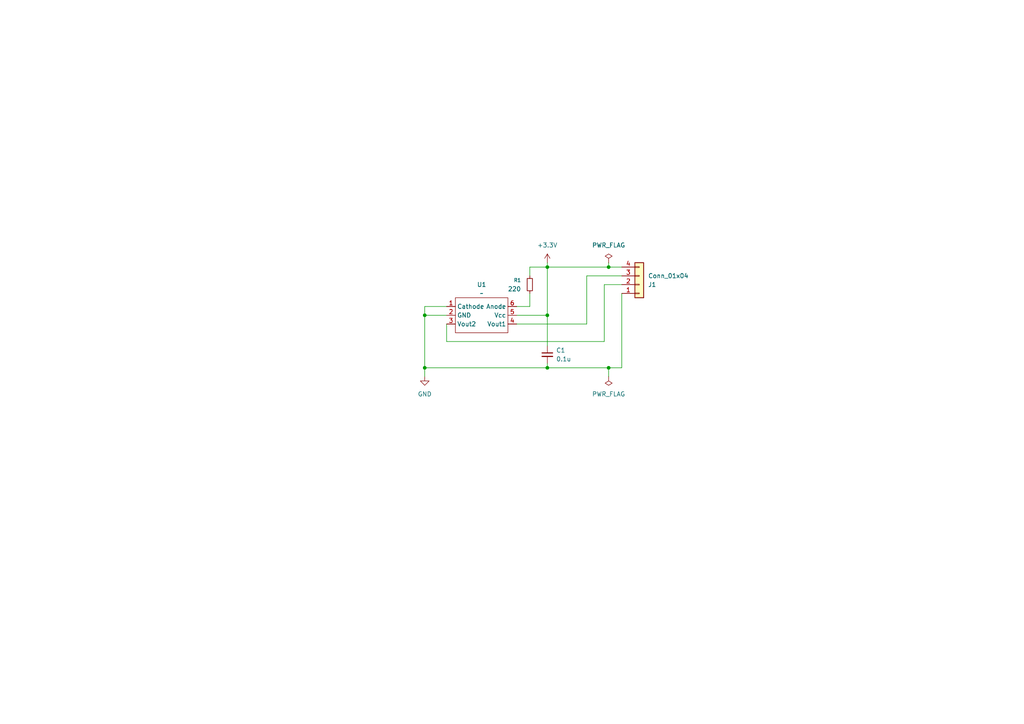
<source format=kicad_sch>
(kicad_sch (version 20250114) (generator "eeschema") (generator_version "9.0")
  (paper "A4")
  (lib_symbols
    (symbol "Connector_Generic:Conn_01x04" (pin_names (offset 1.016) (hide yes))
      (property "Reference" "J" (at 0 5.08 0))
      (property "Value" "Conn_01x04" (at 0 -7.62 0))
      (symbol "Conn_01x04_1_1"
        (rectangle (start -1.27 3.81) (end 1.27 -6.35) (stroke (width 0.254)) (fill (type background)))
        (rectangle (start -1.27 2.667) (end 0 2.413) (stroke (width 0.1524)))
        (rectangle (start -1.27 0.127) (end 0 -0.127) (stroke (width 0.1524)))
        (rectangle (start -1.27 -2.413) (end 0 -2.667) (stroke (width 0.1524)))
        (rectangle (start -1.27 -4.953) (end 0 -5.207) (stroke (width 0.1524)))
        (pin passive line (at -5.08 2.54 0) (length 3.81) (name "Pin_1") (number "1"))
        (pin passive line (at -5.08 0 0) (length 3.81) (name "Pin_2") (number "2"))
        (pin passive line (at -5.08 -2.54 0) (length 3.81) (name "Pin_3") (number "3"))
        (pin passive line (at -5.08 -5.08 0) (length 3.81) (name "Pin_4") (number "4"))
      )
    )
    (symbol "Device:C_Small" (pin_numbers (hide yes)) (pin_names (offset 0.254) (hide yes))
      (property "Reference" "C" (at 0.254 1.778 0))
      (property "Value" "C_Small" (at 0.254 -2.032 0))
      (symbol "C_Small_0_1"
        (polyline (pts (xy -1.524 0.508) (xy 1.524 0.508)) (stroke (width 0.3048)))
        (polyline (pts (xy -1.524 -0.508) (xy 1.524 -0.508)) (stroke (width 0.3302)))
      )
      (symbol "C_Small_1_1"
        (pin passive line (at 0 2.54 270) (length 2.032) (name "~") (number "1"))
        (pin passive line (at 0 -2.54 90) (length 2.032) (name "~") (number "2"))
      )
    )
    (symbol "Device:R_Small" (pin_numbers (hide yes)) (pin_names (offset 0.254) (hide yes))
      (property "Reference" "R" (at 0 0 90))
      (property "Value" "R_Small" (at 1.778 0 90))
      (symbol "R_Small_0_1"
        (rectangle (start -0.762 1.778) (end 0.762 -1.778) (stroke (width 0.2032)))
      )
      (symbol "R_Small_1_1"
        (pin passive line (at 0 2.54 270) (length 0.762) (name "~") (number "1"))
        (pin passive line (at 0 -2.54 90) (length 0.762) (name "~") (number "2"))
      )
    )
    (symbol "mylib:NJL5820R"
      (property "Reference" "U" (at 0 6.858 0))
      (symbol "NJL5820R_0_1"
        (rectangle (start -7.62 5.08) (end 7.62 -5.08))
      )
      (symbol "NJL5820R_1_1"
        (pin passive line (at -10.16 2.54 0) (length 2.54) (name "Cathode") (number "1"))
        (pin passive line (at -10.16 0 0) (length 2.54) (name "GND") (number "2"))
        (pin passive line (at -10.16 -2.54 0) (length 2.54) (name "Vout2") (number "3"))
        (pin passive line (at 10.16 2.54 180) (length 2.54) (name "Anode") (number "6"))
        (pin passive line (at 10.16 0 180) (length 2.54) (name "Vcc") (number "5"))
        (pin passive line (at 10.16 -2.54 180) (length 2.54) (name "Vout1") (number "4"))
      )
    )
    (symbol "power:+3.3V" (power) (pin_numbers (hide yes)) (pin_names (offset 0) (hide yes))
      (property "Value" "+3.3V" (at 0 3.556 0))
      (symbol "+3.3V_0_1"
        (polyline (pts (xy -0.762 1.27) (xy 0 2.54)))
        (polyline (pts (xy 0 2.54) (xy 0.762 1.27)))
        (polyline (pts (xy 0 0) (xy 0 2.54)))
      )
      (symbol "+3.3V_1_1"
        (pin power_in line (at 0 0 90) (length 0) (name "~") (number "1"))
      )
    )
    (symbol "power:GND" (power) (pin_numbers (hide yes)) (pin_names (offset 0) (hide yes))
      (property "Value" "GND" (at 0 -3.81 0))
      (symbol "GND_0_1"
        (polyline (pts (xy 0 0) (xy 0 -1.27) (xy 1.27 -1.27) (xy 0 -2.54) (xy -1.27 -1.27) (xy 0 -1.27)))
      )
      (symbol "GND_1_1"
        (pin power_in line (at 0 0 270) (length 0) (name "~") (number "1"))
      )
    )
    (symbol "power:PWR_FLAG" (power) (pin_numbers (hide yes)) (pin_names (offset 0) (hide yes))
      (property "Value" "PWR_FLAG" (at 0 3.81 0))
      (symbol "PWR_FLAG_0_0"
        (pin power_out line (at 0 0 90) (length 0) (name "~") (number "1"))
      )
      (symbol "PWR_FLAG_0_1"
        (polyline (pts (xy 0 0) (xy 0 1.27) (xy -1.016 1.905) (xy 0 2.54) (xy 1.016 1.905) (xy 0 1.27)))
      )
    )
  )
  (junction (at 176.53 106.68))
  (junction (at 123.19 91.44))
  (junction (at 158.75 77.47))
  (junction (at 176.53 77.47))
  (junction (at 158.75 106.68))
  (junction (at 158.75 91.44))
  (junction (at 123.19 106.68))
  (wire (pts (xy 153.67 80.01) (xy 153.67 77.47)))
  (wire (pts (xy 175.26 82.55) (xy 180.34 82.55)))
  (wire (pts (xy 176.53 76.2) (xy 176.53 77.47)))
  (wire (pts (xy 153.67 88.9) (xy 149.86 88.9)))
  (wire (pts (xy 123.19 109.22) (xy 123.19 106.68)))
  (wire (pts (xy 170.18 80.01) (xy 180.34 80.01)))
  (wire (pts (xy 158.75 106.68) (xy 123.19 106.68)))
  (wire (pts (xy 129.54 88.9) (xy 123.19 88.9)))
  (wire (pts (xy 129.54 99.06) (xy 175.26 99.06)))
  (wire (pts (xy 176.53 106.68) (xy 158.75 106.68)))
  (wire (pts (xy 176.53 106.68) (xy 176.53 109.22)))
  (wire (pts (xy 129.54 93.98) (xy 129.54 99.06)))
  (wire (pts (xy 180.34 106.68) (xy 176.53 106.68)))
  (wire (pts (xy 158.75 76.2) (xy 158.75 77.47)))
  (wire (pts (xy 158.75 77.47) (xy 158.75 91.44)))
  (wire (pts (xy 158.75 77.47) (xy 176.53 77.47)))
  (wire (pts (xy 149.86 91.44) (xy 158.75 91.44)))
  (wire (pts (xy 170.18 93.98) (xy 170.18 80.01)))
  (wire (pts (xy 158.75 91.44) (xy 158.75 100.33)))
  (wire (pts (xy 180.34 85.09) (xy 180.34 106.68)))
  (wire (pts (xy 176.53 77.47) (xy 180.34 77.47)))
  (wire (pts (xy 153.67 85.09) (xy 153.67 88.9)))
  (wire (pts (xy 123.19 91.44) (xy 129.54 91.44)))
  (wire (pts (xy 158.75 105.41) (xy 158.75 106.68)))
  (wire (pts (xy 175.26 99.06) (xy 175.26 82.55)))
  (wire (pts (xy 123.19 88.9) (xy 123.19 91.44)))
  (wire (pts (xy 149.86 93.98) (xy 170.18 93.98)))
  (wire (pts (xy 123.19 106.68) (xy 123.19 91.44)))
  (wire (pts (xy 153.67 77.47) (xy 158.75 77.47)))
  (symbol (lib_id "Device:R_Small") (at 153.67 82.55 0) (unit 1)
    (property "Reference" "R1" (at 151.13 81.2799 0) (effects (font (size 1.016 1.016)) (justify right)))
    (property "Value" "220" (at 151.13 83.8199 0) (effects (justify right)))
    (property "Footprint" "Resistor_SMD:R_0603_1608Metric_Pad0.98x0.95mm_HandSolder" (effects (hide yes)))
    (property "Description" "Resistor, small symbol" (effects (hide yes)))
  )
  (symbol (lib_id "power:PWR_FLAG") (at 176.53 109.22 180) (unit 1)
    (property "Reference" "#FLG02" (effects (hide yes)))
    (property "Value" "PWR_FLAG" (at 176.53 114.3 0))
    (property "Description" "Special symbol for telling ERC where power comes from" (effects (hide yes)))
  )
  (symbol (lib_id "mylib:NJL5820R") (at 139.7 91.44 0) (unit 1)
    (property "Reference" "U1" (at 139.7 82.55 0))
    (property "Value" "~" (at 139.7 85.09 0))
    (property "Footprint" "OptoDevice:NJL5820R" (effects (hide yes)))
  )
  (symbol (lib_id "power:GND") (at 123.19 109.22 0) (unit 1)
    (property "Reference" "#PWR02" (effects (hide yes)))
    (property "Value" "GND" (at 123.19 114.3 0))
    (property "Description" "Power symbol creates a global label with name \"GND\" , ground" (effects (hide yes)))
  )
  (symbol (lib_id "Connector_Generic:Conn_01x04") (at 185.42 82.55 0) (mirror x) (unit 1)
    (property "Reference" "J1" (at 187.96 82.5501 0) (effects (justify left)))
    (property "Value" "Conn_01x04" (at 187.96 80.0101 0) (effects (justify left)))
    (property "Footprint" "Connector_JST:JST_PH_B4B-PH-K_1x04_P2.00mm_Vertical" (effects (hide yes)))
    (property "Description" "Generic connector, single row, 01x04, script generated (kicad-library-utils/schlib/autogen/connector/)" (effects (hide yes)))
  )
  (symbol (lib_id "Device:C_Small") (at 158.75 102.87 0) (unit 1)
    (property "Reference" "C1" (at 161.29 101.6062 0) (effects (justify left)))
    (property "Value" "0.1u" (at 161.29 104.1462 0) (effects (justify left)))
    (property "Footprint" "Capacitor_SMD:C_0603_1608Metric_Pad1.08x0.95mm_HandSolder" (effects (hide yes)))
    (property "Description" "Unpolarized capacitor, small symbol" (effects (hide yes)))
  )
  (symbol (lib_id "power:+3.3V") (at 158.75 76.2 0) (unit 1)
    (property "Reference" "#PWR01" (effects (hide yes)))
    (property "Value" "+3.3V" (at 158.75 71.12 0))
    (property "Description" "Power symbol creates a global label with name \"+3.3V\"" (effects (hide yes)))
  )
  (symbol (lib_id "power:PWR_FLAG") (at 176.53 76.2 0) (unit 1)
    (property "Reference" "#FLG01" (effects (hide yes)))
    (property "Value" "PWR_FLAG" (at 176.53 71.12 0))
    (property "Description" "Special symbol for telling ERC where power comes from" (effects (hide yes)))
  )
)
</source>
